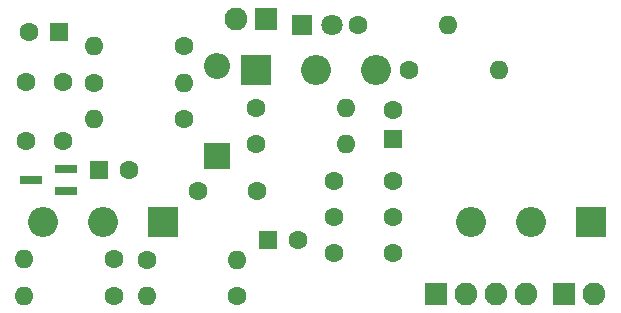
<source format=gts>
%TF.GenerationSoftware,KiCad,Pcbnew,(5.99.0-7175-gc07a38b91b)*%
%TF.CreationDate,2020-11-24T09:55:21+02:00*%
%TF.ProjectId,gota-de-limon,676f7461-2d64-4652-9d6c-696d6f6e2e6b,rev?*%
%TF.SameCoordinates,Original*%
%TF.FileFunction,Soldermask,Top*%
%TF.FilePolarity,Negative*%
%FSLAX46Y46*%
G04 Gerber Fmt 4.6, Leading zero omitted, Abs format (unit mm)*
G04 Created by KiCad (PCBNEW (5.99.0-7175-gc07a38b91b)) date 2020-11-24 09:55:21*
%MOMM*%
%LPD*%
G01*
G04 APERTURE LIST*
%ADD10O,1.930400X1.930400*%
%ADD11R,1.930400X1.930400*%
%ADD12C,1.600000*%
%ADD13O,1.600000X1.600000*%
%ADD14R,2.200000X2.200000*%
%ADD15O,2.200000X2.200000*%
%ADD16R,1.600000X1.600000*%
%ADD17R,2.540000X2.540000*%
%ADD18O,2.540000X2.540000*%
%ADD19R,1.900000X0.800000*%
%ADD20R,1.800000X1.800000*%
%ADD21C,1.800000*%
G04 APERTURE END LIST*
D10*
%TO.C,J3*%
X87220000Y-69720000D03*
D11*
X84680000Y-69720000D03*
%TD*%
D12*
%TO.C,R2*%
X52500000Y-48725000D03*
D13*
X44880000Y-48725000D03*
%TD*%
D12*
%TO.C,C7*%
X39170000Y-51830000D03*
X39170000Y-56830000D03*
%TD*%
D14*
%TO.C,D2*%
X55360000Y-58110000D03*
D15*
X55360000Y-50490000D03*
%TD*%
D12*
%TO.C,C9*%
X42250000Y-56825000D03*
X42250000Y-51825000D03*
%TD*%
%TO.C,R5*%
X44900000Y-51850000D03*
D13*
X52520000Y-51850000D03*
%TD*%
D12*
%TO.C,C6*%
X58750000Y-61000000D03*
X53750000Y-61000000D03*
%TD*%
D16*
%TO.C,C1*%
X41920000Y-47570000D03*
D12*
X39420000Y-47570000D03*
%TD*%
%TO.C,C10*%
X70200000Y-66290000D03*
X65200000Y-66290000D03*
%TD*%
D11*
%TO.C,J2*%
X59480000Y-46470000D03*
D10*
X56940000Y-46470000D03*
%TD*%
D16*
%TO.C,C4*%
X59670000Y-65210000D03*
D12*
X62170000Y-65210000D03*
%TD*%
D17*
%TO.C,RV2*%
X50800000Y-63627000D03*
D18*
X45720000Y-63627000D03*
X40640000Y-63627000D03*
%TD*%
D17*
%TO.C,RV1*%
X58674000Y-50800000D03*
D18*
X63754000Y-50800000D03*
X68834000Y-50800000D03*
%TD*%
D12*
%TO.C,R1*%
X58674000Y-53975000D03*
D13*
X66294000Y-53975000D03*
%TD*%
D12*
%TO.C,R6*%
X57000000Y-69930000D03*
D13*
X49380000Y-69930000D03*
%TD*%
D11*
%TO.C,J1*%
X73910000Y-69720000D03*
D10*
X76450000Y-69720000D03*
X78990000Y-69720000D03*
X81530000Y-69720000D03*
%TD*%
D12*
%TO.C,R10*%
X46630000Y-66830000D03*
D13*
X39010000Y-66830000D03*
%TD*%
D12*
%TO.C,R11*%
X49370000Y-66870000D03*
D13*
X56990000Y-66870000D03*
%TD*%
D12*
%TO.C,C5*%
X70200000Y-60150000D03*
X65200000Y-60150000D03*
%TD*%
%TO.C,R7*%
X46630000Y-69900000D03*
D13*
X39010000Y-69900000D03*
%TD*%
D16*
%TO.C,C8*%
X45350000Y-59275000D03*
D12*
X47850000Y-59275000D03*
%TD*%
%TO.C,R8*%
X67250000Y-47000000D03*
D13*
X74870000Y-47000000D03*
%TD*%
D12*
%TO.C,R9*%
X52525000Y-54950000D03*
D13*
X44905000Y-54950000D03*
%TD*%
D17*
%TO.C,RV3*%
X86995000Y-63627000D03*
D18*
X81915000Y-63627000D03*
X76835000Y-63627000D03*
%TD*%
D12*
%TO.C,R3*%
X58670000Y-57050000D03*
D13*
X66290000Y-57050000D03*
%TD*%
D12*
%TO.C,C2*%
X65200000Y-63225000D03*
X70200000Y-63225000D03*
%TD*%
%TO.C,R4*%
X71600000Y-50800000D03*
D13*
X79220000Y-50800000D03*
%TD*%
D19*
%TO.C,Q2*%
X42550000Y-61050000D03*
X39550000Y-60100000D03*
X42550000Y-59150000D03*
%TD*%
D16*
%TO.C,C3*%
X70231000Y-56642000D03*
D12*
X70231000Y-54142000D03*
%TD*%
D20*
%TO.C,D1*%
X62500000Y-47000000D03*
D21*
X65040000Y-47000000D03*
%TD*%
M02*

</source>
